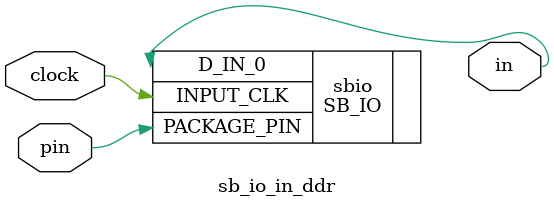
<source format=v>
`ifndef ICE40_SB_IO_IN_DDR
`define ICE40_SB_IO_IN_DDR

module sb_io_in_ddr(
  input  clock,
	output in,
  input  pin
  );

  SB_IO #(
    .PIN_TYPE(6'b0000_00)
  ) sbio (
      .PACKAGE_PIN(pin),
			.D_IN_0(in),
      .INPUT_CLK(clock)
  );

endmodule

`endif

// http://www.latticesemi.com/~/media/LatticeSemi/Documents/TechnicalBriefs/SBTICETechnologyLibrary201504.pdf

</source>
